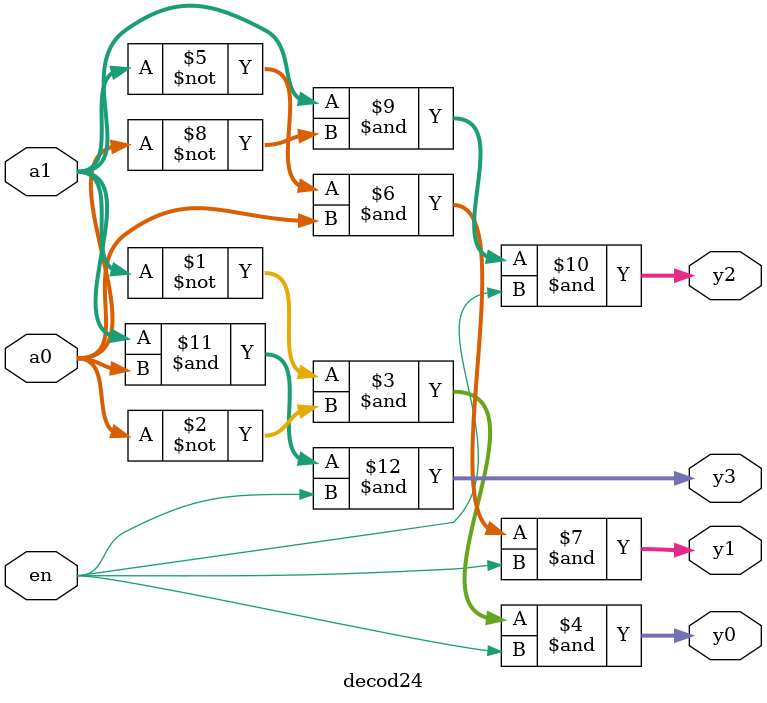
<source format=v>
/* Descrição: a terceira parte do trabalho foi desenvolver (implementar), analisar e testar diversos módulos que comporão um Sistema Digital Complexo:
              decodificador 2x4 (o decodificador deve ter uma entrada de enable - en), multiplexador 2x1, multiplexador 4x1, somador/subtrator (o             	      somador/subtrator deve ter uma saída de carry), registrador paralelo com clock enable (en) positivo* contador binário com clock enable (en)     	      positivo*, carga paralela (ld) positiva* e reset assíncrono negativo (clr_n).

COPYING
=======

Copyright:  Copyright (C) 2024 Thaís Laura
Licence:    GPL-3.0-ou-posterior

This file is part of Projeto Final de Sistemas Digitais.

    This program is free software: you can redistribute it and/or modify
    it under the terms of the GNU General Public License as published by
    the Free Software Foundation, either version 3 of the License, or
    (at your option) any later version.

    This program is distributed in the hope that it will be useful,
    but WITHOUT ANY WARRANTY; without even the implied warranty of
    MERCHANTABILITY or FITNESS FOR A PARTICULAR PURPOSE.  See the
    GNU General Public License for more details.

    You should have received a copy of the GNU General Public License
    along with this program.  If not, see <https://www.gnu.org/licenses/>6.


Módulo: decod24

Descrição:
Em um decodificador 2 para 4, as entradas são valores binários de 1 ou mais bits. Já as saídas são independentes, sendo cada uma de 1 bit (indica se está ou não acionada). Além disso, apenas uma saída pode ser acionada por vez. Nessa aplicação, são quatro entradas de 1 bit cada, acionando a saída de acordo com o seu índice (se a1a0 formar o valor binário '01', então y1 é ativado).

Parâmetros:
- Size: quantidade de bits 
Output:
- y3, y2, y1, y0: possíveis saídas (apenas 1 é acionada)
Input:
- en: entrada enable (se for 0, nenhuma das saídas é acionada)
- a1, a0: valores utilizados na decodificação da saída (a formação binária a1a0 indica o índice da saída).
*/


module decod24 #(parameter Size=8)
	(output [Size-1:0] y3, y2, y1, y0,
	 input en, input [Size-1:0] a1, a0);
	
	assign y0 = ~a1 & ~a0 & en;
	assign y1 = ~a1 & a0 & en;
	assign y2 = a1 & ~a0 & en;
	assign y3 = a1 & a0 & en;

endmodule
</source>
